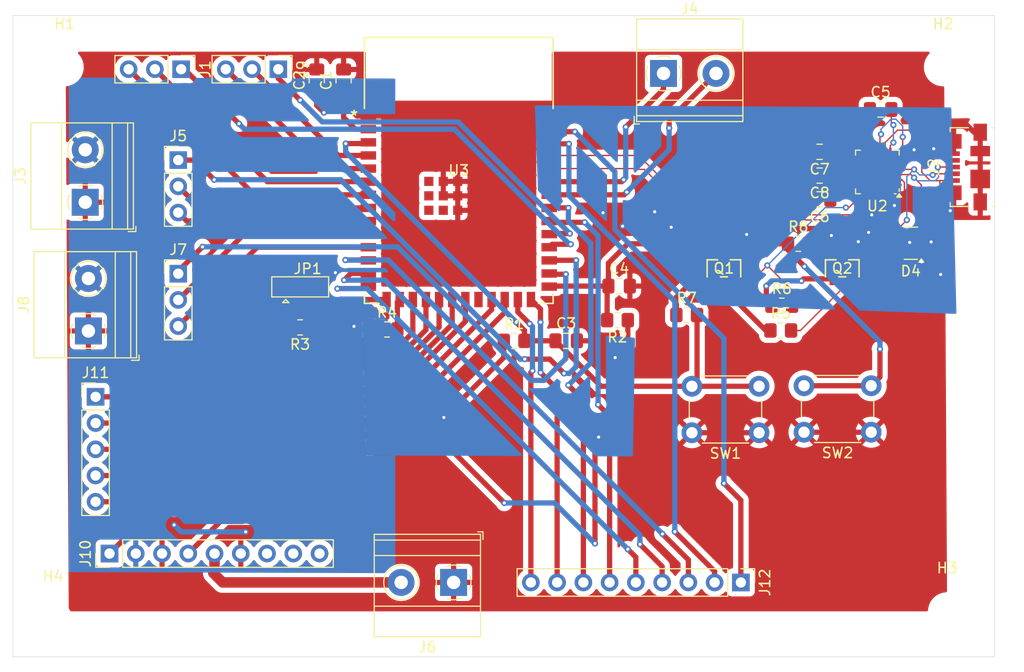
<source format=kicad_pcb>
(kicad_pcb (version 20240108) (generator "pcbnew") (generator_version "8.0")
  (layers (0 "F.Cu" signal) (31 "B.Cu" signal) (34 "B.Paste" user) (35 "F.Paste" user) (36 "B.SilkS" user "B.Silkscreen") (37 "F.SilkS" user "F.Silkscreen") (38 "B.Mask" user) (39 "F.Mask" user) (44 "Edge.Cuts" user))
  (net 0 "")
  (net 1 "+3V3")
  (net 2 "/CHIP_PU")
  (net 3 "/GPIO0_STRAPPING")
  (net 4 "Net-(U2-VPP)")
  (net 5 "+5V")
  (net 6 "GND")
  (net 7 "/MOTOR2ENA")
  (net 8 "/UWBINT")
  (net 9 "/MOTOR2ENB")
  (net 10 "/MOTOR3ENA")
  (net 11 "/D+")
  (net 12 "/D-")
  (net 13 "/MOTOR3ENB")
  (net 14 "/MOTOR4ENB")
  (net 16 "Net-(JP1-C)")
  (net 17 "/temp_Sensor")
  (net 20 "/pH_Sensor")
  (net 21 "/RTS")
  (net 22 "/DTR")
  (net 23 "/GPIO3_STRAPPING")
  (net 24 "/GPIO46_STRAPPING")
  (net 25 "/MOTOR4PWM")
  (net 26 "/MOTOR4ENA")
  (net 27 "/MOTOR1ENB")
  (net 28 "/Moisture_Sensor_Output")
  (net 29 "/MOTOR1ENA")
  (net 30 "/LINACT+")
  (net 31 "/GPIO19")
  (net 32 "/LINACT-")
  (net 33 "/GPIO1")
  (net 34 "/UWBMOSI")
  (net 35 "/GPIO45")
  (net 36 "/MOTOR1PWM")
  (net 37 "/GPIO39")
  (net 38 "/GPIO40")
  (net 39 "/RXD")
  (net 40 "/UWBMISO")
  (net 41 "/GPIO8")
  (net 42 "/GPIO20")
  (net 43 "/MOSITURE_SENSOR_OUTPUT")
  (net 44 "/MOTOR2PWM")
  (net 45 "/UWBCLK")
  (net 46 "/TXD")
  (net 47 "/UWBCS")
  (net 48 "/GPIO48")
  (net 49 "/MOTOR3PWM")
  (net 52 "/GPIO2")
  (net 62 "+VBUS")
  (net 63 "Net-(Q1-Pad1)")
  (net 64 "Net-(Q2-Pad1)")
  (net 65 "Net-(Q1-Pad3)")
  (net 66 "Net-(Q2-Pad3)")
  (net 67 "Net-(U2-VDD)")
  (net 68 "Net-(U2-REGIN)")
  (net 69 "VBUS")
  (footprint "TerminalBlock_Phoenix:TerminalBlock_Phoenix_MKDS-1,5-2-5.08_1x02_P5.08mm_Horizontal" (layer "F.Cu") (at 57.305 105.545 90)
    (property "Reference" "J8")
    (property "Value" "Screw_Terminal_01x02")
  )
  (footprint "Connector_PinHeader_2.54mm:PinHeader_1x03_P2.54mm_Vertical" (layer "F.Cu") (at 66.28 80.2 -90)
    (property "Reference" "J1")
    (property "Value" "Conn_01x03_Pin")
  )
  (footprint "ESP32 S3 WROOM 1 N16R8:ESP32-S3-WROOM-1_EXP" (layer "F.Cu") (at 93.1445 90)
    (property "Reference" "U3")
    (property "Value" "ESP32-S3-WROOM-1-N16R8")
  )
  (footprint "SS8050-G:TRAN_SS8050-G_CIP" (layer "F.Cu") (at 130.250001 99.479001)
    (property "Reference" "Q2")
    (property "Value" "SS8050-G")
  )
  (footprint "Capacitor_SMD:C_0805_2012Metric_Pad1.18x1.45mm_HandSolder" (layer "F.Cu") (at 103.5375 106.5)
    (property "Reference" "C3")
    (property "Value" "1 uF")
  )
  (footprint "SS8050-G:TRAN_SS8050-G_CIP" (layer "F.Cu") (at 118.8 99.479001)
    (property "Reference" "Q1")
    (property "Value" "SS8050-G")
  )
  (footprint "Connector_PinHeader_2.54mm:PinHeader_1x05_P2.54mm_Vertical" (layer "F.Cu") (at 58 111.925)
    (property "Reference" "J11")
    (property "Value" "UWB SIGNALS")
  )
  (footprint "Resistor_SMD:R_0805_2012Metric_Pad1.20x1.40mm_HandSolder" (layer "F.Cu") (at 98.5 106.5)
    (property "Reference" "R1")
    (property "Value" "100k")
  )
  (footprint "MountingHole:MountingHole_3.2mm_M3" (layer "F.Cu") (at 140 80)
    (property "Reference" "H2")
    (property "Value" "MountingHole")
  )
  (footprint "TerminalBlock_Phoenix:TerminalBlock_Phoenix_MKDS-1,5-2-5.08_1x02_P5.08mm_Horizontal" (layer "F.Cu") (at 92.645 129.895 180)
    (property "Reference" "J6")
    (property "Value" "Screw_Terminal_01x02")
  )
  (footprint "Capacitor_SMD:C_0805_2012Metric_Pad1.18x1.45mm_HandSolder" (layer "F.Cu") (at 128.0625 92.8 180)
    (property "Reference" "C6")
    (property "Value" "4.7uF")
  )
  (footprint "Capacitor_SMD:C_0805_2012Metric_Pad1.18x1.45mm_HandSolder" (layer "F.Cu") (at 79.4 81.2625 90)
    (property "Reference" "C2")
    (property "Value" "100 n")
  )
  (footprint "Jumper:SolderJumper-3_P2.0mm_Open_TrianglePad1.0x1.5mm" (layer "F.Cu") (at 77.8 101.3)
    (property "Reference" "JP1")
    (property "Value" "SolderJumper_3_Open")
  )
  (footprint "Capacitor_SMD:C_0805_2012Metric_Pad1.18x1.45mm_HandSolder" (layer "F.Cu") (at 82 81.2625 90)
    (property "Reference" "C1")
    (property "Value" "10 uF")
  )
  (footprint "Resistor_SMD:R_0805_2012Metric_Pad1.20x1.40mm_HandSolder" (layer "F.Cu") (at 124.4 103.1)
    (property "Reference" "R6")
    (property "Value" "10k")
  )
  (footprint "Package_TO_SOT_SMD:SOT-143" (layer "F.Cu") (at 136.9 97.05 180)
    (property "Reference" "D4")
    (property "Value" "SP0503BAHT")
  )
  (footprint "Resistor_SMD:R_0805_2012Metric" (layer "F.Cu") (at 77.7875 105.2 180)
    (property "Reference" "R3")
    (property "Value" "1k")
  )
  (footprint "TerminalBlock_Phoenix:TerminalBlock_Phoenix_MKDS-1,5-2-5.08_1x02_P5.08mm_Horizontal" (layer "F.Cu") (at 57 93.08 90)
    (property "Reference" "J3")
    (property "Value" "Moisture_Power")
  )
  (footprint "Resistor_SMD:R_0805_2012Metric_Pad1.20x1.40mm_HandSolder" (layer "F.Cu") (at 115.2 104)
    (property "Reference" "R7")
    (property "Value" "10k")
  )
  (footprint "Resistor_SMD:R_0805_2012Metric_Pad1.20x1.40mm_HandSolder" (layer "F.Cu") (at 86.2 105.4)
    (property "Reference" "R4")
    (property "Value" "1k")
  )
  (footprint "Connector_PinHeader_2.54mm:PinHeader_1x09_P2.54mm_Vertical" (layer "F.Cu") (at 120.44 129.9 -90)
    (property "Reference" "J12")
    (property "Value" "Conn_01x09_Pin")
  )
  (footprint "Connector_PinHeader_2.54mm:PinHeader_1x09_P2.54mm_Vertical" (layer "F.Cu") (at 59.35 127.1 90)
    (property "Reference" "J10")
    (property "Value" "SENSORS")
  )
  (footprint "Package_DFN_QFN:QFN-24-1EP_4x4mm_P0.5mm_EP2.6x2.6mm" (layer "F.Cu") (at 133.65 90.15 180)
    (property "Reference" "U2")
    (property "Value" "CP2104")
  )
  (footprint "Resistor_SMD:R_0805_2012Metric_Pad1.20x1.40mm_HandSolder" (layer "F.Cu") (at 124.3 105.5)
    (property "Reference" "R5")
    (property "Value" "10k")
  )
  (footprint "Connector_PinHeader_2.54mm:PinHeader_1x03_P2.54mm_Vertical" (layer "F.Cu") (at 75.68 80.2 -90)
    (property "Reference" "J9")
    (property "Value" "Conn_01x03_Pin")
  )
  (footprint "Resistor_SMD:R_0805_2012Metric_Pad1.20x1.40mm_HandSolder" (layer "F.Cu") (at 108.5 104.5 180)
    (property "Reference" "R2")
    (property "Value" "100k")
  )
  (footprint "Connector_PinHeader_2.54mm:PinHeader_1x03_P2.54mm_Vertical" (layer "F.Cu") (at 66 100)
    (property "Reference" "J7")
    (property "Value" "Conn_01x03_Pin")
  )
  (footprint "Connector_PinHeader_2.54mm:PinHeader_1x03_P2.54mm_Vertical" (layer "F.Cu") (at 66 89)
    (property "Reference" "J5")
    (property "Value" "Conn_01x03_Pin")
  )
  (footprint "MountingHole:MountingHole_3.2mm_M3" (layer "F.Cu") (at 140.4 132.7)
    (property "Reference" "H3")
    (property "Value" "MountingHole")
  )
  (footprint "Resistor_SMD:R_0805_2012Metric_Pad1.20x1.40mm_HandSolder" (layer "F.Cu") (at 126 97.1)
    (property "Reference" "R8")
    (property "Value" "10k")
  )
  (footprint "MountingHole:MountingHole_3.2mm_M3" (layer "F.Cu") (at 55 80)
    (property "Reference" "H1")
    (property "Value" "MountingHole")
  )
  (footprint "Button_Switch_THT:SW_PUSH_6mm_H5mm" (layer "F.Cu") (at 122.2 115.4 180)
    (property "Reference" "SW1")
    (property "Value" "SW_Push")
  )
  (footprint "Button_Switch_THT:SW_PUSH_6mm_H5mm" (layer "F.Cu") (at 133.05 115.35 180)
    (property "Reference" "SW2")
    (property "Value" "SW_Push")
  )
  (footprint "Capacitor_SMD:C_0805_2012Metric_Pad1.18x1.45mm_HandSolder" (layer "F.Cu") (at 128.0625 88.2 180)
    (property "Reference" "C7")
    (property "Value" "1-5uF")
  )
  (footprint "TerminalBlock_Phoenix:TerminalBlock_Phoenix_MKDS-1,5-2-5.08_1x02_P5.08mm_Horizontal" (layer "F.Cu") (at 112.955 80.605)
    (property "Reference" "J4")
    (property "Value" "LINEAR ACTUATOR SIGNAL")
  )
  (footprint "Capacitor_SMD:C_0805_2012Metric_Pad1.18x1.45mm_HandSolder" (layer "F.Cu") (at 128.0625 90.5 180)
    (property "Reference" "C8")
    (property "Value" "0.1uF")
  )
  (footprint "Capacitor_SMD:C_0805_2012Metric_Pad1.18x1.45mm_HandSolder" (layer "F.Cu") (at 108.6625 101.2)
    (property "Reference" "C4")
    (property "Value" "1 uF")
  )
  (footprint "Capacitor_SMD:C_0805_2012Metric_Pad1.18x1.45mm_HandSolder" (layer "F.Cu") (at 133.9625 84.1)
    (property "Reference" "C5")
    (property "Value" "1uF")
  )
  (footprint "Connector_USB:USB_Micro-B_Molex_47346-0001" (layer "F.Cu") (at 142.4 89.675 90)
    (property "Reference" "J2")
    (property "Value" "USB_B_Micro")
  )
  (footprint "MountingHole:MountingHole_3.2mm_M3" (layer "F.Cu") (at 53.9 133.5)
    (property "Reference" "H4")
    (property "Value" "MountingHole")
  )
  (gr_rect (start 50 75) (end 145 137.1) (stroke (width 0.05)) (fill none) (layer "Edge.Cuts"))
  (segment (start 91.7 113.925) (end 91.7 116.35) (width 0.508) (layer "F.Cu") (net 1))
  (segment (start 79.4 82.3) (end 79.4 83.7) (width 0.508) (layer "F.Cu") (net 1))
  (segment (start 97.5 108.125) (end 91.7 113.925) (width 0.508) (layer "F.Cu") (net 1))
  (segment (start 83.1372 86.01) (end 84.3945 86.01) (width 0.508) (layer "F.Cu") (net 1))
  (segment (start 106.325 116.175) (end 106.675 115.825) (width 0.508) (layer "F.Cu") (net 1))
  (segment (start 83.3 105.4) (end 83 105.1) (width 0.508) (layer "F.Cu") (net 1))
  (segment (start 97.5 106.5) (end 97.5 108.125) (width 0.508) (layer "F.Cu") (net 1))
  (segment (start 109.5 104.5) (end 109.5 106.9) (width 0.508) (layer "F.Cu") (net 1))
  (segment (start 82 84.8728) (end 83.1372 86.01) (width 0.508) (layer "F.Cu") (net 1))
  (segment (start 109.5 106.9) (end 108.275 108.125) (width 0.508) (layer "F.Cu") (net 1))
  (segment (start 81.2 99.9) (end 79.8 101.3) (width 0.508) (layer "F.Cu") (net 1))
  (segment (start 79.4 82.3) (end 82 82.3) (width 0.508) (layer "F.Cu") (net 1))
  (segment (start 106.325 126.125) (end 106.325 116.175) (width 0.508) (layer "F.Cu") (net 1))
  (segment (start 85.2 105.4) (end 83.3 105.4) (width 0.508) (layer "F.Cu") (net 1))
  (segment (start 79.4 83.7) (end 80.1 84.4) (width 0.508) (layer "F.Cu") (net 1))
  (segment (start 91.7 116.35) (end 97.55 122.2) (width 0.508) (layer "F.Cu") (net 1))
  (segment (start 82 82.3) (end 82 84.8728) (width 0.508) (layer "F.Cu") (net 1))
  (via (at 108.275 108.125) (size 0.6) (drill 0.3) (layers "F.Cu" "B.Cu") (net 1))
  (via (at 106.675 115.825) (size 0.6) (drill 0.3) (layers "F.Cu" "B.Cu") (net 1))
  (via (at 80.1 84.4) (size 0.6) (drill 0.3) (layers "F.Cu" "B.Cu") (net 1))
  (via (at 106.325 126.125) (size 0.6) (drill 0.3) (layers "F.Cu" "B.Cu") (net 1))
  (via (at 97.55 122.2) (size 0.6) (drill 0.3) (layers "F.Cu" "B.Cu") (net 1))
  (via (at 91.7 113.925) (size 0.6) (drill 0.3) (layers "F.Cu" "B.Cu") (net 1))
  (via (at 81.2 99.9) (size 0.6) (drill 0.3) (layers "F.Cu" "B.Cu") (net 1))
  (via (at 83 105.1) (size 0.6) (drill 0.3) (layers "F.Cu" "B.Cu") (net 1))
  (segment (start 108.275 114.225) (end 108.275 108.125) (width 0.508) (layer "B.Cu") (net 1))
  (segment (start 106.675 115.825) (end 108.275 114.225) (width 0.508) (layer "B.Cu") (net 1))
  (segment (start 102.4 122.2) (end 106.325 126.125) (width 0.508) (layer "B.Cu") (net 1))
  (segment (start 97.55 122.2) (end 102.4 122.2) (width 0.508) (layer "B.Cu") (net 1))
  (segment (start 106.9 110.9) (end 102.5 106.5) (width 0.508) (layer "F.Cu") (net 2))
  (segment (start 82.2 87.4) (end 84.2745 87.4) (width 0.508) (layer "F.Cu") (net 2))
  (segment (start 84.2745 87.4) (end 84.3945 87.28) (width 0.508) (layer "F.Cu") (net 2))
  (segment (start 99.5 105.5) (end 98.7 104.7) (width 0.508) (layer "F.Cu") (net 2))
  (segment (start 102.5 106.5) (end 99.5 106.5) (width 0.508) (layer "F.Cu") (net 2))
  (segment (start 99.5 106.5) (end 99.5 105.5) (width 0.508) (layer "F.Cu") (net 2))
  (segment (start 116.2 110.4) (end 115.7 110.9) (width 0.508) (layer "F.Cu") (net 2))
  (segment (start 115.7 110.9) (end 122.2 110.9) (width 0.508) (layer "F.Cu") (net 2))
  (segment (start 116.2 104) (end 116.2 110.4) (width 0.508) (layer "F.Cu") (net 2))
  (segment (start 115.7 110.9) (end 106.9 110.9) (width 0.508) (layer "F.Cu") (net 2))
  (via (at 98.7 104.7) (size 0.6) (drill 0.3) (layers "F.Cu" "B.Cu") (net 2))
  (via (at 82.2 87.4) (size 0.6) (drill 0.3) (layers "F.Cu" "B.Cu") (net 2))
  (segment (start 82.2 88.2) (end 82.2 87.4) (width 0.508) (layer "B.Cu") (net 2))
  (segment (start 98.7 104.7) (end 82.2 88.2) (width 0.508) (layer "B.Cu") (net 2))
  (segment (start 107.5 101.325) (end 107.625 101.2) (width 0.508) (layer "F.Cu") (net 3))
  (segment (start 109.5 97.1) (end 107.625 98.975) (width 0.508) (layer "F.Cu") (net 3))
  (segment (start 125 97.7) (end 126.6 99.3) (width 0.508) (layer "F.Cu") (net 3))
  (segment (start 125 97.1) (end 109.5 97.1) (width 0.508) (layer "F.Cu") (net 3))
  (segment (start 133.9 107.3) (end 133.9 110) (width 0.508) (layer "F.Cu") (net 3))
  (segment (start 101.9445 101.2) (end 101.8945 101.25) (width 0.508) (layer "F.Cu") (net 3))
  (segment (start 107.5 104.5) (end 107.5 101.325) (width 0.508) (layer "F.Cu") (net 3))
  (segment (start 133.9 110) (end 133.05 110.85) (width 0.508) (layer "F.Cu") (net 3))
  (segment (start 126.55 110.85) (end 133.05 110.85) (width 0.508) (layer "F.Cu") (net 3))
  (segment (start 107.625 98.975) (end 107.625 101.2) (width 0.508) (layer "F.Cu") (net 3))
  (segment (start 125 97.1) (end 125 97.7) (width 0.508) (layer "F.Cu") (net 3))
  (segment (start 107.625 101.2) (end 101.9445 101.2) (width 0.508) (layer "F.Cu") (net 3))
  (via (at 133.9 107.3) (size 0.6) (drill 0.3) (layers "F.Cu" "B.Cu") (net 3))
  (via (at 126.6 99.3) (size 0.6) (drill 0.3) (layers "F.Cu" "B.Cu") (net 3))
  (segment (start 133.9 106.6) (end 133.9 107.3) (width 0.508) (layer "B.Cu") (net 3))
  (segment (start 126.6 99.3) (end 133.9 106.6) (width 0.508) (layer "B.Cu") (net 3))
  (segment (start 129.1 92.8) (end 129.1 92.075) (width 0.127) (layer "F.Cu") (net 4))
  (segment (start 129.1 92.075) (end 130.775 90.4) (width 0.127) (layer "F.Cu") (net 4))
  (segment (start 130.775 90.4) (end 131.7125 90.4) (width 0.127) (layer "F.Cu") (net 4))
  (segment (start 69.51 128.89) (end 69.51 127.1) (width 1.016) (layer "F.Cu") (net 5))
  (segment (start 69.4 129) (end 69.51 128.89) (width 1.016) (layer "F.Cu") (net 5))
  (segment (start 70.295 129.895) (end 69.4 129) (width 1.016) (layer "F.Cu") (net 5))
  (segment (start 87.565 129.895) (end 70.295 129.895) (width 1.016) (layer "F.Cu") (net 5))
  (segment (start 135.999999 90.9) (end 136.2635 91.163501) (width 0.127) (layer "F.Cu") (net 6))
  (segment (start 143.6 86.3) (end 143 86.3) (width 0.508) (layer "F.Cu") (net 6))
  (segment (start 140.94 88.375) (end 139.575 88.375) (width 0.127) (layer "F.Cu") (net 6))
  (segment (start 134.4 90.9) (end 133.65 90.15) (width 0.127) (layer "F.Cu") (net 6))
  (segment (start 136.2635 91.163501) (end 136.2635 92.4365) (width 0.127) (layer "F.Cu") (net 6))
  (segment (start 136.2635 92.4365) (end 135.3 93.4) (width 0.127) (layer "F.Cu") (net 6))
  (segment (start 139.775 100.075) (end 140.7 99.15) (width 0.508) (layer "F.Cu") (net 6))
  (segment (start 139.025 86.175) (end 139.025 87.825) (width 0.508) (layer "F.Cu") (net 6))
  (segment (start 126.55 115.35) (end 133.05 115.35) (width 0.508) (layer "F.Cu") (net 6))
  (segment (start 139.775 85.425) (end 139.025 86.175) (width 0.508) (layer "F.Cu") (net 6))
  (segment (start 135.5875 90.9) (end 135.999999 90.9) (width 0.127) (layer "F.Cu") (net 6))
  (segment (start 141.025 92.1625) (end 141.025 93.575) (width 0.508) (layer "F.Cu") (net 6))
  (segment (start 141.025 93.575) (end 140.7 93.9) (width 0.508) (layer "F.Cu") (net 6))
  (segment (start 143 86.3) (end 142.125 85.425) (width 0.508) (layer "F.Cu") (net 6))
  (segment (start 142.125 85.425) (end 139.775 85.425) (width 0.508) (layer "F.Cu") (net 6))
  (segment (start 115.7 115.4) (end 122.2 115.4) (width 0.508) (layer "F.Cu") (net 6))
  (segment (start 139.575 88.375) (end 139.1 87.9) (width 0.127) (layer "F.Cu") (net 6))
  (segment (start 139.025 87.825) (end 139.1 87.9) (width 0.508) (layer "F.Cu") (net 6))
  (segment (start 140.7 99.15) (end 140.7 93.9) (width 0.508) (layer "F.Cu") (net 6))
  (segment (start 135.5875 90.9) (end 134.4 90.9) (width 0.127) (layer "F.Cu") (net 6))
  (via (at 135.3 93.4) (size 0.6) (drill 0.3) (layers "F.Cu" "B.Cu") (net 6))
  (via (at 109 95.4) (size 0.6) (drill 0.3) (layers "F.Cu" "B.Cu") (net 6))
  (via (at 107.1 94.1) (size 0.6) (drill 0.3) (layers "F.Cu" "B.Cu") (net 6))
  (via (at 72.525 125) (size 0.6) (drill 0.3) (layers "F.Cu" "B.Cu") (net 6))
  (via (at 129.2 96.3) (size 0.6) (drill 0.3) (layers "F.Cu" "B.Cu") (net 6))
  (via (at 136.775 96.975) (size 0.6) (drill 0.3) (layers "F.Cu" "B.Cu") (net 6))
  (via (at 132.8 96) (size 0.6) (drill 0.3) (layers "F.Cu" "B.Cu") (net 6))
  (via (at 139.1 87.9) (size 0.6) (drill 0.3) (layers "F.Cu" "B.Cu") (net 6))
  (via (at 137.925 98.85) (size 0.6) (drill 0.3) (layers "F.Cu" "B.Cu") (net 6))
  (via (at 140.7 93.9) (size 0.6) (drill 0.3) (layers "F.Cu" "B.Cu") (net 6))
  (via (at 138.85 96.925) (size 0.6) (drill 0.3) (layers "F.Cu" "B.Cu") (net 6))
  (via (at 113.7 95.5) (size 0.6) (drill 0.3) (layers "F.Cu" "B.Cu") (net 6))
  (via (at 121 96.2) (size 0.6) (drill 0.3) (layers "F.Cu" "B.Cu") (net 6))
  (via (at 139.775 100.075) (size 0.6) (drill 0.3) (layers "F.Cu" "B.Cu") (net 6))
  (via (at 137.2 88) (size 0.6) (drill 0.3) (layers "F.Cu" "B.Cu") (net 6))
  (via (at 112.1 94) (size 0.6) (drill 0.3) (layers "F.Cu" "B.Cu") (net 6))
  (via (at 131.8 96.9) (size 0.6) (drill 0.3) (layers "F.Cu" "B.Cu") (net 6))
  (via (at 65.6 124.325) (size 0.6) (drill 0.3) (layers "F.Cu" "B.Cu") (net 6))
  (via (at 133.1 94.3) (size 0.6) (drill 0.3) (layers "F.Cu" "B.Cu") (net 6))
  (segment (start 66.275 125) (end 72.525 125) (width 0.508) (layer "B.Cu") (net 6))
  (segment (start 65.6 124.325) (end 66.275 125) (width 0.508) (layer "B.Cu") (net 6))
  (segment (start 74.63 91.09) (end 84.3945 91.09) (width 0.508) (layer "F.Cu") (net 7))
  (segment (start 63.74 80.2) (end 74.63 91.09) (width 0.508) (layer "F.Cu") (net 7))
  (segment (start 58 122.085) (end 76.32259 122.085) (width 0.508) (layer "F.Cu") (net 8))
  (segment (start 93.7795 104.62809) (end 93.7795 102.5) (width 0.508) (layer "F.Cu") (net 8))
  (segment (start 76.32259 122.085) (end 93.7795 104.62809) (width 0.508) (layer "F.Cu") (net 8))
  (segment (start 61.2 80.2) (end 73.36 92.36) (width 0.508) (layer "F.Cu") (net 9))
  (segment (start 73.36 92.36) (end 84.3945 92.36) (width 0.508) (layer "F.Cu") (net 9))
  (segment (start 66 91.54) (end 68.09 93.63) (width 0.508) (layer "F.Cu") (net 10))
  (segment (start 68.09 93.63) (end 84.3945 93.63) (width 0.508) (layer "F.Cu") (net 10))
  (segment (start 136.9 90.4) (end 135.5875 90.4) (width 0.127) (layer "F.Cu") (net 11))
  (segment (start 140.94 89.675) (end 139.525 89.675) (width 0.127) (layer "F.Cu") (net 11))
  (segment (start 137.2 90.7) (end 137.9 91.4) (width 0.127) (layer "F.Cu") (net 11))
  (segment (start 139.525 89.675) (end 139.5 89.7) (width 0.127) (layer "F.Cu") (net 11))
  (segment (start 137.2 90.7) (end 136.9 90.4) (width 0.127) (layer "F.Cu") (net 11))
  (segment (start 137.9 91.4) (end 137.9 96.1) (width 0.127) (layer "F.Cu") (net 11))
  (via (at 139.5 89.7) (size 0.6) (drill 0.3) (layers "F.Cu" "B.Cu") (net 11))
  (via (at 137.2 90.7) (size 0.6) (drill 0.3) (layers "F.Cu" "B.Cu") (net 11))
  (segment (start 139.5 89.7) (end 139.5635 89.7635) (width 0.127) (layer "B.Cu") (net 11))
  (segment (start 137.5 91) (end 137.2 90.7) (width 0.127) (layer "B.Cu") (net 11))
  (segment (start 139.23341 91) (end 137.5 91) (width 0.127) (layer "B.Cu") (net 11))
  (segment (start 139.5635 89.7635) (end 139.5635 90.66991) (width 0.127) (layer "B.Cu") (net 11))
  (segment (start 139.5635 90.66991) (end 139.23341 91) (width 0.127) (layer "B.Cu") (net 11))
  (segment (start 137.2 89.9) (end 135.5875 89.9) (width 0.127) (layer "F.Cu") (net 12))
  (segment (start 139.1115 90.325) (end 139 90.4365) (width 0.127) (layer "F.Cu") (net 12))
  (segment (start 140.94 90.325) (end 139.1115 90.325) (width 0.127) (layer "F.Cu") (net 12))
  (segment (start 135.9 95.4) (end 135.9 96.1) (width 0.127) (layer "F.Cu") (net 12))
  (segment (start 136.5 94.8) (end 135.9 95.4) (width 0.127) (layer "F.Cu") (net 12))
  (via (at 139 90.4365) (size 0.6) (drill 0.3) (layers "F.Cu" "B.Cu") (net 12))
  (via (at 136.5 94.8) (size 0.6) (drill 0.3) (layers "F.Cu" "B.Cu") (net 12))
  (via (at 137.2 89.9) (size 0.6) (drill 0.3) (layers "F.Cu" "B.Cu") (net 12))
  (segment (start 137.7365 90.4365) (end 137.2 89.9) (width 0.127) (layer "B.Cu") (net 12))
  (segment (start 137.2 89.9) (end 136.5 90.6) (width 0.127) (layer "B.Cu") (net 12))
  (segment (start 139 90.4365) (end 137.7365 90.4365) (width 0.127) (layer "B.Cu") (net 12))
  (segment (start 136.5 90.6) (end 136.5 94.8) (width 0.127) (layer "B.Cu") (net 12))
  (segment (start 66 94.08) (end 66.82 94.9) (width 0.508) (layer "F.Cu") (net 13))
  (segment (start 66.82 94.9) (end 84.3945 94.9) (width 0.508) (layer "F.Cu") (net 13))
  (segment (start 73.64 97.44) (end 84.3945 97.44) (width 0.508) (layer "F.Cu") (net 14))
  (segment (start 66 105.08) (end 73.64 97.44) (width 0.508) (layer "F.Cu") (net 14))
  (segment (start 78 102.7) (end 77.8 102.5) (width 0.508) (layer "F.Cu") (net 16))
  (segment (start 76.875 104.225) (end 78 103.1) (width 0.508) (layer "F.Cu") (net 16))
  (segment (start 78 103.1) (end 78 102.7) (width 0.508) (layer "F.Cu") (net 16))
  (segment (start 76.875 105.2) (end 76.875 104.225) (width 0.508) (layer "F.Cu") (net 16))
  (segment (start 77.8 102.5) (end 77.8 101.3) (width 0.508) (layer "F.Cu") (net 16))
  (segment (start 66.97 127.1) (end 70.495 123.575) (width 0.508) (layer "F.Cu") (net 17))
  (segment (start 70.495 123.575) (end 77.7718 123.575) (width 0.508) (layer "F.Cu") (net 17))
  (segment (start 77.7718 123.575) (end 97.5895 103.7573) (width 0.508) (layer "F.Cu") (net 17))
  (segment (start 97.5895 103.7573) (end 97.5895 102.5) (width 0.508) (layer "F.Cu") (net 17))
  (segment (start 96.3195 103.4805) (end 96.3195 102.5) (width 0.508) (layer "F.Cu") (net 20))
  (segment (start 59.35 127.1) (end 63.657 122.793) (width 0.508) (layer "F.Cu") (net 20))
  (segment (start 63.657 122.793) (end 77.007 122.793) (width 0.508) (layer "F.Cu") (net 20))
  (segment (start 77.007 122.793) (end 96.3195 103.4805) (width 0.508) (layer "F.Cu") (net 20))
  (segment (start 121.7 100.5) (end 119.750001 100.5) (width 0.127) (layer "F.Cu") (net 21))
  (segment (start 130.8875 93.6) (end 130.6 93.6) (width 0.127) (layer "F.Cu") (net 21))
  (segment (start 123 99.2) (end 125.4 101.6) (width 0.127) (layer "F.Cu") (net 21))
  (segment (start 123 99.2) (end 121.7 100.5) (width 0.127) (layer "F.Cu") (net 21))
  (segment (start 132.4 92.0875) (end 130.8875 93.6) (width 0.127) (layer "F.Cu") (net 21))
  (segment (start 125.4 101.6) (end 125.4 103.1) (width 0.127) (layer "F.Cu") (net 21))
  (via (at 123 99.2) (size 0.6) (drill 0.3) (layers "F.Cu" "B.Cu") (net 21))
  (via (at 130.6 93.6) (size 0.6) (drill 0.3) (layers "F.Cu" "B.Cu") (net 21))
  (segment (start 130.6 93.6) (end 128.6 93.6) (width 0.127) (layer "B.Cu") (net 21))
  (segment (start 128.6 93.6) (end 123 99.2) (width 0.127) (layer "B.Cu") (net 21))
  (segment (start 134.4 92.0875) (end 134.4 97.300002) (width 0.127) (layer "F.Cu") (net 22))
  (segment (start 126.200002 105.5) (end 125.3 105.5) (width 0.127) (layer "F.Cu") (net 22))
  (segment (start 134.4 97.300002) (end 131.200002 100.5) (width 0.127) (layer "F.Cu") (net 22))
  (segment (start 131.200002 100.5) (end 126.200002 105.5) (width 0.127) (layer "F.Cu") (net 22))
  (segment (start 79.7 105.2) (end 82.4 102.5) (width 0.508) (layer "F.Cu") (net 23))
  (segment (start 78.7 105.2) (end 79.7 105.2) (width 0.508) (layer "F.Cu") (net 23))
  (segment (start 82.4 102.5) (end 86.1595 102.5) (width 0.508) (layer "F.Cu") (net 23))
  (segment (start 87.2 105.4) (end 87.2 102.7295) (width 0.508) (layer "F.Cu") (net 24))
  (segment (start 87.2 102.7295) (end 87.4295 102.5) (width 0.508) (layer "F.Cu") (net 24))
  (segment (start 101.9645 100.05) (end 101.8945 99.98) (width 0.508) (layer "F.Cu") (net 25))
  (segment (start 103.5 100.05) (end 101.9645 100.05) (width 0.508) (layer "F.Cu") (net 25))
  (segment (start 66 99.75) (end 68.35 97.4) (width 0.508) (layer "F.Cu") (net 25))
  (segment (start 66 100) (end 66 99.75) (width 0.508) (layer "F.Cu") (net 25))
  (via (at 68.35 97.4) (size 0.6) (drill 0.3) (layers "F.Cu" "B.Cu") (net 25))
  (via (at 103.5 100.05) (size 0.6) (drill 0.3) (layers "F.Cu" "B.Cu") (net 25))
  (segment (start 100.136227 110.327545) (end 101.397455 110.327545) (width 0.508) (layer "B.Cu") (net 25))
  (segment (start 101.397455 110.327545) (end 103.5 108.225) (width 0.508) (layer "B.Cu") (net 25))
  (segment (start 103.5 108.225) (end 103.5 100.05) (width 0.508) (layer "B.Cu") (net 25))
  (segment (start 68.35 97.4) (end 87.208682 97.4) (width 0.508) (layer "B.Cu") (net 25))
  (segment (start 87.208682 97.4) (end 100.136227 110.327545) (width 0.508) (layer "B.Cu") (net 25))
  (segment (start 72.37 96.17) (end 84.3945 96.17) (width 0.508) (layer "F.Cu") (net 26))
  (segment (start 66 102.54) (end 72.37 96.17) (width 0.508) (layer "F.Cu") (net 26))
  (segment (start 80.22 89.82) (end 84.3945 89.82) (width 0.508) (layer "F.Cu") (net 27))
  (segment (start 70.6 80.2) (end 80.22 89.82) (width 0.508) (layer "F.Cu") (net 27))
  (segment (start 81.49 88.55) (end 84.3945 88.55) (width 0.508) (layer "F.Cu") (net 29))
  (segment (start 73.14 80.2) (end 81.49 88.55) (width 0.508) (layer "F.Cu") (net 29))
  (segment (start 112.955 82.145) (end 109.3 85.8) (width 0.508) (layer "F.Cu") (net 30))
  (segment (start 112.955 80.605) (end 112.955 82.145) (width 0.508) (layer "F.Cu") (net 30))
  (segment (start 109.1 90.9) (end 108.91 91.09) (width 0.508) (layer "F.Cu") (net 30))
  (segment (start 108.91 91.09) (end 101.8945 91.09) (width 0.508) (layer "F.Cu") (net 30))
  (via (at 109.1 90.9) (size 0.6) (drill 0.3) (layers "F.Cu" "B.Cu") (net 30))
  (via (at 109.3 85.8) (size 0.6) (drill 0.3) (layers "F.Cu" "B.Cu") (net 30))
  (segment (start 109.3 90.7) (end 109.1 90.9) (width 0.508) (layer "B.Cu") (net 30))
  (segment (start 109.3 85.8) (end 109.3 90.7) (width 0.508) (layer "B.Cu") (net 30))
  (segment (start 82.05 100.625) (end 82.695 99.98) (width 0.508) (layer "F.Cu") (net 31))
  (segment (start 82.695 99.98) (end 84.3945 99.98) (width 0.508) (layer "F.Cu") (net 31))
  (segment (start 112.82 129.9) (end 112.82 128.345) (width 0.508) (layer "F.Cu") (net 31))
  (segment (start 112.82 128.345) (end 110.675 126.2) (width 0.508) (layer "F.Cu") (net 31))
  (via (at 110.675 126.2) (size 0.6) (drill 0.3) (layers "F.Cu" "B.Cu") (net 31))
  (via (at 82.05 100.625) (size 0.6) (drill 0.3) (layers "F.Cu" "B.Cu") (net 31))
  (segment (start 110.675 126.2) (end 110.675 125.308682) (width 0.508) (layer "B.Cu") (net 31))
  (segment (start 110.675 125.308682) (end 85.991318 100.625) (width 0.508) (layer "B.Cu") (net 31))
  (segment (start 85.991318 100.625) (end 82.05 100.625) (width 0.508) (layer "B.Cu") (net 31))
  (segment (start 109.14 92.36) (end 101.8945 92.36) (width 0.508) (layer "F.Cu") (net 32))
  (segment (start 118.035 80.605) (end 113.5 85.14) (width 0.508) (layer "F.Cu") (net 32))
  (segment (start 113.5 85.14) (end 113.5 85.9) (width 0.508) (layer "F.Cu") (net 32))
  (segment (start 109.4 92.1) (end 109.14 92.36) (width 0.508) (layer "F.Cu") (net 32))
  (via (at 113.5 85.9) (size 0.6) (drill 0.3) (layers "F.Cu" "B.Cu") (net 32))
  (via (at 109.4 92.1) (size 0.6) (drill 0.3) (layers "F.Cu" "B.Cu") (net 32))
  (segment (start 113.5 85.9) (end 113.5 88) (width 0.508) (layer "B.Cu") (net 32))
  (segment (start 113.5 88) (end 109.4 92.1) (width 0.508) (layer "B.Cu") (net 32))
  (segment (start 102.1345 86.25) (end 101.8945 86.01) (width 0.508) (layer "F.Cu") (net 33))
  (segment (start 104.375 86.25) (end 102.1345 86.25) (width 0.508) (layer "F.Cu") (net 33))
  (segment (start 120.44 121.94) (end 118.8 120.3) (width 0.508) (layer "F.Cu") (net 33))
  (segment (start 120.44 129.9) (end 120.44 121.94) (width 0.508) (layer "F.Cu") (net 33))
  (via (at 104.375 86.25) (size 0.6) (drill 0.3) (layers "F.Cu" "B.Cu") (net 33))
  (via (at 118.8 120.3) (size 0.6) (drill 0.3) (layers "F.Cu" "B.Cu") (net 33))
  (segment (start 118.8 120.3) (end 118.8 106.266318) (width 0.508) (layer "B.Cu") (net 33))
  (segment (start 108.246 95.712318) (end 108.246 90.121) (width 0.508) (layer "B.Cu") (net 33))
  (segment (start 118.8 106.266318) (end 108.246 95.712318) (width 0.508) (layer "B.Cu") (net 33))
  (segment (start 108.246 90.121) (end 104.375 86.25) (width 0.508) (layer "B.Cu") (net 33))
  (segment (start 58 111.925) (end 82.477534 111.925) (width 0.508) (layer "F.Cu") (net 34))
  (segment (start 88.6995 105.703034) (end 88.6995 102.5) (width 0.508) (layer "F.Cu") (net 34))
  (segment (start 82.477534 111.925) (end 88.6995 105.703034) (width 0.508) (layer "F.Cu") (net 34))
  (segment (start 101.05 103.4205) (end 100.1295 102.5) (width 0.508) (layer "F.Cu") (net 35))
  (segment (start 102.66 129.9) (end 102.66 111.177593) (width 0.508) (layer "F.Cu") (net 35))
  (segment (start 102.66 111.177593) (end 101.055952 109.573545) (width 0.508) (layer "F.Cu") (net 35))
  (segment (start 101.05 104.7) (end 101.05 103.4205) (width 0.508) (layer "F.Cu") (net 35))
  (via (at 101.055952 109.573545) (size 0.6) (drill 0.3) (layers "F.Cu" "B.Cu") (net 35))
  (via (at 101.05 104.7) (size 0.6) (drill 0.3) (layers "F.Cu" "B.Cu") (net 35))
  (segment (start 101.055952 104.705952) (end 101.05 104.7) (width 0.508) (layer "B.Cu") (net 35))
  (segment (start 101.055952 109.573545) (end 101.055952 104.705952) (width 0.508) (layer "B.Cu") (net 35))
  (segment (start 101.952341 96.112159) (end 101.8945 96.17) (width 0.508) (layer "F.Cu") (net 36))
  (segment (start 75.68 81.08) (end 77.8 83.2) (width 0.508) (layer "F.Cu") (net 36))
  (segment (start 103.887841 96.112159) (end 101.952341 96.112159) (width 0.508) (layer "F.Cu") (net 36))
  (segment (start 75.68 80.2) (end 75.68 81.08) (width 0.508) (layer "F.Cu") (net 36))
  (via (at 103.887841 96.112159) (size 0.6) (drill 0.3) (layers "F.Cu" "B.Cu") (net 36))
  (via (at 77.8 83.2) (size 0.6) (drill 0.3) (layers "F.Cu" "B.Cu") (net 36))
  (segment (start 83.375 85.3) (end 93.075682 85.3) (width 0.508) (layer "B.Cu") (net 36))
  (segment (start 77.8 83.2) (end 77.833682 83.2) (width 0.508) (layer "B.Cu") (net 36))
  (segment (start 79.933682 85.3) (end 83.375 85.3) (width 0.508) (layer "B.Cu") (net 36))
  (segment (start 77.833682 83.2) (end 79.933682 85.3) (width 0.508) (layer "B.Cu") (net 36))
  (segment (start 93.075682 85.3) (end 103.887841 96.112159) (width 0.508) (layer "B.Cu") (net 36))
  (segment (start 107.74 113.79) (end 106.625 112.675) (width 0.508) (layer "F.Cu") (net 37))
  (segment (start 102.0195 95.025) (end 101.8945 94.9) (width 0.508) (layer "F.Cu") (net 37))
  (segment (start 105.325 95.025) (end 102.0195 95.025) (width 0.508) (layer "F.Cu") (net 37))
  (segment (start 107.74 129.9) (end 107.74 113.79) (width 0.508) (layer "F.Cu") (net 37))
  (via (at 105.325 95.025) (size 0.6) (drill 0.3) (layers "F.Cu" "B.Cu") (net 37))
  (via (at 106.625 112.675) (size 0.6) (drill 0.3) (layers "F.Cu" "B.Cu") (net 37))
  (segment (start 106.625 112.675) (end 106.625 96.325) (width 0.508) (layer "B.Cu") (net 37))
  (segment (start 106.625 96.325) (end 105.325 95.025) (width 0.508) (layer "B.Cu") (net 37))
  (segment (start 105.2 112.25) (end 103.75 110.8) (width 0.508) (layer "F.Cu") (net 38))
  (segment (start 101.8995 93.625) (end 101.8945 93.63) (width 0.508) (layer "F.Cu") (net 38))
  (segment (start 105.2 129.9) (end 105.2 112.25) (width 0.508) (layer "F.Cu") (net 38))
  (segment (start 103.75 93.625) (end 101.8995 93.625) (width 0.508) (layer "F.Cu") (net 38))
  (via (at 103.75 110.8) (size 0.6) (drill 0.3) (layers "F.Cu" "B.Cu") (net 38))
  (via (at 103.75 93.625) (size 0.6) (drill 0.3) (layers "F.Cu" "B.Cu") (net 38))
  (segment (start 103.75 94.908) (end 105.917 97.075) (width 0.508) (layer "B.Cu") (net 38))
  (segment (start 105.917 97.075) (end 105.917 108.633) (width 0.508) (layer "B.Cu") (net 38))
  (segment (start 105.917 108.633) (end 103.75 110.8) (width 0.508) (layer "B.Cu") (net 38))
  (segment (start 103.75 93.625) (end 103.75 94.908) (width 0.508) (layer "B.Cu") (net 38))
  (segment (start 131.099999 94.3) (end 116.3 94.3) (width 0.127) (layer "F.Cu") (net 39))
  (segment (start 110.55 88.55) (end 101.8945 88.55) (width 0.127) (layer "F.Cu") (net 39))
  (segment (start 132.9 92.0875) (end 132.9 92.499999) (width 0.127) (layer "F.Cu") (net 39))
  (segment (start 132.9 92.499999) (end 131.099999 94.3) (width 0.127) (layer "F.Cu") (net 39))
  (segment (start 116.3 94.3) (end 110.55 88.55) (width 0.127) (layer "F.Cu") (net 39))
  (segment (start 58 117.005) (end 79.400062 117.005) (width 0.508) (layer "F.Cu") (net 40))
  (segment (start 79.400062 117.005) (end 91.2395 105.165562) (width 0.508) (layer "F.Cu") (net 40))
  (segment (start 91.2395 105.165562) (end 91.2395 102.5) (width 0.508) (layer "F.Cu") (net 40))
  (segment (start 115.36 127.71) (end 112.85 125.2) (width 0.508) (layer "F.Cu") (net 41))
  (segment (start 115.36 129.9) (end 115.36 127.71) (width 0.508) (layer "F.Cu") (net 41))
  (segment (start 84.3595 98.675) (end 84.3945 98.71) (width 0.508) (layer "F.Cu") (net 41))
  (segment (start 82.175 98.675) (end 84.3595 98.675) (width 0.508) (layer "F.Cu") (net 41))
  (via (at 112.85 125.2) (size 0.6) (drill 0.3) (layers "F.Cu" "B.Cu") (net 41))
  (via (at 82.175 98.675) (size 0.6) (drill 0.3) (layers "F.Cu" "B.Cu") (net 41))
  (segment (start 112.85 125.2) (end 86.325 98.675) (width 0.508) (layer "B.Cu") (net 41))
  (segment (start 86.325 98.675) (end 82.175 98.675) (width 0.508) (layer "B.Cu") (net 41))
  (segment (start 110.28 129.9) (end 110.28 127.455) (width 0.508) (layer "F.Cu") (net 42))
  (segment (start 81.4 101.45) (end 84.1945 101.45) (width 0.508) (layer "F.Cu") (net 42))
  (segment (start 84.1945 101.45) (end 84.3945 101.25) (width 0.508) (layer "F.Cu") (net 42))
  (segment (start 110.28 127.455) (end 109.5 126.675) (width 0.508) (layer "F.Cu") (net 42))
  (via (at 109.5 126.675) (size 0.6) (drill 0.3) (layers "F.Cu" "B.Cu") (net 42))
  (via (at 81.4 101.45) (size 0.6) (drill 0.3) (layers "F.Cu" "B.Cu") (net 42))
  (segment (start 109.5 126.675) (end 84.275 101.45) (width 0.508) (layer "B.Cu") (net 42))
  (segment (start 84.275 101.45) (end 81.4 101.45) (width 0.508) (layer "B.Cu") (net 42))
  (segment (start 66.6 80.2) (end 71.875 85.475) (width 0.508) (layer "F.Cu") (net 44))
  (segment (start 103.975 97.15) (end 102.1845 97.15) (width 0.508) (layer "F.Cu") (net 44))
  (segment (start 102.1845 97.15) (end 101.8945 97.44) (width 0.508) (layer "F.Cu") (net 44))
  (segment (start 66.28 80.2) (end 66.6 80.2) (width 0.508) (layer "F.Cu") (net 44))
  (via (at 71.875 85.475) (size 0.6) (drill 0.3) (layers "F.Cu" "B.Cu") (net 44))
  (via (at 103.975 97.15) (size 0.6) (drill 0.3) (layers "F.Cu" "B.Cu") (net 44))
  (segment (start 72.408 86.008) (end 92.717364 86.008) (width 0.508) (layer "B.Cu") (net 44))
  (segment (start 103.859364 97.15) (end 103.975 97.15) (width 0.508) (layer "B.Cu") (net 44))
  (segment (start 92.717364 86.008) (end 103.859364 97.15) (width 0.508) (layer "B.Cu") (net 44))
  (segment (start 71.875 85.475) (end 72.408 86.008) (width 0.508) (layer "B.Cu") (net 44))
  (segment (start 58 114.465) (end 80.938798 114.465) (width 0.508) (layer "F.Cu") (net 45))
  (segment (start 89.9695 105.434298) (end 89.9695 102.5) (width 0.508) (layer "F.Cu") (net 45))
  (segment (start 80.938798 114.465) (end 89.9695 105.434298) (width 0.508) (layer "F.Cu") (net 45))
  (segment (start 110.22 89.82) (end 101.8945 89.82) (width 0.127) (layer "F.Cu") (net 46))
  (segment (start 116 94.8) (end 111.1 89.9) (width 0.127) (layer "F.Cu") (net 46))
  (segment (start 111.1 89.9) (end 110.3 89.9) (width 0.127) (layer "F.Cu") (net 46))
  (segment (start 131.099999 94.8) (end 116 94.8) (width 0.127) (layer "F.Cu") (net 46))
  (segment (start 133.4 92.0875) (end 133.4 92.499999) (width 0.127) (layer "F.Cu") (net 46))
  (segment (start 110.3 89.9) (end 110.22 89.82) (width 0.127) (layer "F.Cu") (net 46))
  (segment (start 133.4 92.499999) (end 131.099999 94.8) (width 0.127) (layer "F.Cu") (net 46))
  (segment (start 58 119.545) (end 77.861326 119.545) (width 0.508) (layer "F.Cu") (net 47))
  (segment (start 92.5095 104.896826) (end 92.5095 102.5) (width 0.508) (layer "F.Cu") (net 47))
  (segment (start 77.861326 119.545) (end 92.5095 104.896826) (width 0.508) (layer "F.Cu") (net 47))
  (segment (start 100 104.85) (end 98.8595 103.7095) (width 0.508) (layer "F.Cu") (net 48))
  (segment (start 100.12 109.555) (end 100.275 109.4) (width 0.508) (layer "F.Cu") (net 48))
  (segment (start 100.12 129.9) (end 100.12 109.555) (width 0.508) (layer "F.Cu") (net 48))
  (segment (start 98.8595 103.7095) (end 98.8595 102.5) (width 0.508) (layer "F.Cu") (net 48))
  (via (at 100 104.85) (size 0.6) (drill 0.3) (layers "F.Cu" "B.Cu") (net 48))
  (via (at 100.275 109.4) (size 0.6) (drill 0.3) (layers "F.Cu" "B.Cu") (net 48))
  (segment (start 100.275 109.4) (end 100.275 105.125) (width 0.508) (layer "B.Cu") (net 48))
  (segment (start 100.275 105.125) (end 100 104.85) (width 0.508) (layer "B.Cu") (net 48))
  (segment (start 67.575 89) (end 69.475 90.9) (width 0.508) (layer "F.Cu") (net 49))
  (segment (start 99.521 108.275) (end 101.95 108.275) (width 0.508) (layer "F.Cu") (net 49))
  (segment (start 101.9045 98.7) (end 101.8945 98.71) (width 0.508) (layer "F.Cu") (net 49))
  (segment (start 104.5 98.7) (end 101.9045 98.7) (width 0.508) (layer "F.Cu") (net 49))
  (segment (start 66 89) (end 67.575 89) (width 0.508) (layer "F.Cu") (net 49))
  (segment (start 101.95 108.275) (end 103.325 109.65) (width 0.508) (layer "F.Cu") (net 49))
  (via (at 103.325 109.65) (size 0.6) (drill 0.3) (layers "F.Cu" "B.Cu") (net 49))
  (via (at 99.521 108.275) (size 0.6) (drill 0.3) (layers "F.Cu" "B.Cu") (net 49))
  (via (at 69.475 90.9) (size 0.6) (drill 0.3) (layers "F.Cu" "B.Cu") (net 49))
  (via (at 104.5 98.7) (size 0.6) (drill 0.3) (layers "F.Cu" "B.Cu") (net 49))
  (segment (start 104.5 109) (end 104.5 98.7) (width 0.508) (layer "B.Cu") (net 49))
  (segment (start 103.85 109.65) (end 104.5 109) (width 0.508) (layer "B.Cu") (net 49))
  (segment (start 99.084946 108.275) (end 99.521 108.275) (width 0.508) (layer "B.Cu") (net 49))
  (segment (start 69.475 90.9) (end 81.709946 90.9) (width 0.508) (layer "B.Cu") (net 49))
  (segment (start 81.709946 90.9) (end 99.084946 108.275) (width 0.508) (layer "B.Cu") (net 49))
  (segment (start 103.325 109.65) (end 103.85 109.65) (width 0.508) (layer "B.Cu") (net 49))
  (segment (start 117.9 129.9) (end 117.9 128.825) (width 0.508) (layer "F.Cu") (net 52))
  (segment (start 117.9 128.825) (end 114.05 124.975) (width 0.508) (layer "F.Cu") (net 52))
  (segment (start 102.0395 87.425) (end 101.8945 87.28) (width 0.508) (layer "F.Cu") (net 52))
  (segment (start 103.8 87.425) (end 102.0395 87.425) (width 0.508) (layer "F.Cu") (net 52))
  (via (at 103.8 87.425) (size 0.6) (drill 0.3) (layers "F.Cu" "B.Cu") (net 52))
  (via (at 114.05 124.975) (size 0.6) (drill 0.3) (layers "F.Cu" "B.Cu") (net 52))
  (segment (start 103.8 92.433682) (end 103.8 87.425) (width 0.508) (layer "B.Cu") (net 52))
  (segment (start 114.05 124.975) (end 114.05 102.683682) (width 0.508) (layer "B.Cu") (net 52))
  (segment (start 114.05 102.683682) (end 103.8 92.433682) (width 0.508) (layer "B.Cu") (net 52))
  (segment (start 139.7 91) (end 138.76659 91) (width 0.127) (layer "F.Cu") (net 62))
  (segment (start 138.1 100) (end 137.9 100) (width 0.127) (layer "F.Cu") (net 62))
  (segment (start 138.76659 91) (end 137.95 90.18341) (width 0.127) (layer "F.Cu") (net 62))
  (segment (start 135.6 86.1) (end 134.4 87.3) (width 0.127) (layer "F.Cu") (net 62))
  (segment (start 139.7 98.4) (end 138.1 100) (width 0.127) (layer "F.Cu") (net 62))
  (segment (start 140.94 90.975) (end 139.725 90.975) (width 0.127) (layer "F.Cu") (net 62))
  (segment (start 136.95 86.1) (end 135.6 86.1) (width 0.127) (layer "F.Cu") (net 62))
  (segment (start 137.95 90.18341) (end 137.95 87.1) (width 0.127) (layer "F.Cu") (net 62))
  (segment (start 137.9 100) (end 135.9 98) (width 0.127) (layer "F.Cu") (net 62))
  (segment (start 134.4 87.3) (end 134.4 88.2125) (width 0.127) (layer "F.Cu") (net 62))
  (segment (start 139.7 91) (end 139.7 98.4) (width 0.127) (layer "F.Cu") (net 62))
  (segment (start 139.725 90.975) (end 139.7 91) (width 0.127) (layer "F.Cu") (net 62))
  (segment (start 137.95 87.1) (end 136.95 86.1) (width 0.127) (layer "F.Cu") (net 62))
  (segment (start 122.849999 105.5) (end 123.3 105.5) (width 0.508) (layer "F.Cu") (net 63))
  (segment (start 117.849999 100.5) (end 122.849999 105.5) (width 0.508) (layer "F.Cu") (net 63))
  (segment (start 122.9 101.2) (end 122.9 102.6) (width 0.508) (layer "F.Cu") (net 64))
  (segment (start 126.5 100.5) (end 126.3 100.7) (width 0.508) (layer "F.Cu") (net 64))
  (segment (start 129.3 100.5) (end 126.5 100.5) (width 0.508) (layer "F.Cu") (net 64))
  (segment (start 122.9 102.6) (end 123.4 103.1) (width 0.508) (layer "F.Cu") (net 64))
  (via (at 122.9 101.2) (size 0.6) (drill 0.3) (layers "F.Cu" "B.Cu") (net 64))
  (via (at 126.3 100.7) (size 0.6) (drill 0.3) (layers "F.Cu" "B.Cu") (net 64))
  (segment (start 123.4 100.7) (end 122.9 101.2) (width 0.508) (layer "B.Cu") (net 64))
  (segment (start 126.3 100.7) (end 123.4 100.7) (width 0.508) (layer "B.Cu") (net 64))
  (segment (start 118.0126 98.458001) (end 114.2 102.270601) (width 0.508) (layer "F.Cu") (net 65))
  (segment (start 118.8 98.458001) (end 118.0126 98.458001) (width 0.508) (layer "F.Cu") (net 65))
  (segment (start 114.2 102.270601) (end 114.2 104) (width 0.508) (layer "F.Cu") (net 65))
  (segment (start 130.250001 98.458001) (end 128.358001 98.458001) (width 0.508) (layer "F.Cu") (net 66))
  (segment (start 128.358001 98.458001) (end 127 97.1) (width 0.508) (layer "F.Cu") (net 66))
  (segment (start 130.6 86.7) (end 132.799999 86.7) (width 0.127) (layer "F.Cu") (net 67))
  (segment (start 134 86.5) (end 133.9 86.6) (width 0.127) (layer "F.Cu") (net 67))
  (segment (start 132.799999 86.7) (end 133.9 87.800001) (width 0.127) (layer "F.Cu") (net 67))
  (segment (start 133.9 86.6) (end 133.9 88.2125) (width 0.127) (layer "F.Cu") (net 67))
  (segment (start 135.5875 88.9) (end 136.1 88.3875) (width 0.127) (layer "F.Cu") (net 67))
  (segment (start 129.1 90.5) (end 129.1 88.2) (width 0.127) (layer "F.Cu") (net 67))
  (segment (start 135.5875 89.4) (end 135.5875 88.9) (width 0.127) (layer "F.Cu") (net 67))
  (segment (start 133.9 87.800001) (end 133.9 88.2125) (width 0.127) (layer "F.Cu") (net 67))
  (segment (start 129.1 88.2) (end 130.6 86.7) (width 0.127) (layer "F.Cu") (net 67))
  (segment (start 136.1 88.3875) (end 136.1 86.7635) (width 0.127) (layer "F.Cu") (net 67))
  (via (at 134 86.5) (size 0.6) (drill 0.3) (layers "F.Cu" "B.Cu") (net 67))
  (via (at 136.1 86.7635) (size 0.6) (drill 0.3) (layers "F.Cu" "B.Cu") (net 67))
  (segment (start 134.9635 85.0365) (end 134 86) (width 0.127) (layer "B.Cu") (net 67))
  (segment (start 134 86) (end 134 86.5) (width 0.127) (layer "B.Cu") (net 67))
  (segment (start 136.1 86.7635) (end 136.1 85.70309) (width 0.127) (layer "B.Cu") (net 67))
  (segment (start 136.1 85.70309) (end 135.43341 85.0365) (width 0.127) (layer "B.Cu") (net 67))
  (segment (start 135.43341 85.0365) (end 134.9635 85.0365) (width 0.127) (layer "B.Cu") (net 67))
  (segment (start 134.9 88.2125) (end 134.9 87.59691) (width 0.127) (layer "F.Cu") (net 68))
  (segment (start 135.2 85.6) (end 135 85.4) (width 0.127) (layer "F.Cu") (net 68))
  (segment (start 134.9 87.59691) (end 135.198455 87.298455) (width 0.127) (layer "F.Cu") (net 68))
  (segment (start 135 85.4) (end 135 84.1) (width 0.127) (layer "F.Cu") (net 68))
  (via (at 135.2 85.6) (size 0.6) (drill 0.3) (layers "F.Cu" "B.Cu") (net 68))
  (via (at 135.198455 87.298455) (size 0.6) (drill 0.3) (layers "F.Cu" "B.Cu") (net 68))
  (segment (start 135.198455 85.601545) (end 135.2 85.6) (width 0.127) (layer "B.Cu") (net 68))
  (segment (start 135.198455 87.298455) (end 135.198455 85.601545) (width 0.127) (layer "B.Cu") (net 68))
  (zone (net 6) (net_name "GND") (layer "F.Cu") (priority 2) (connect_pads (clearance 0.5)) (min_thickness 0.25) (fill yes (thermal_gap 0.5) (thermal_bridge_width 0.5))
    (polygon (pts (xy 144.6 84.9) (xy 144.6 94.8) (xy 139.3 94.8) (xy 139.3 85)))
  )
  (zone (net 6) (net_name "GND") (layer "F.Cu") (connect_pads (clearance 0.5)) (min_thickness 0.25) (fill yes (thermal_gap 0.5) (thermal_bridge_width 0.5))
    (polygon (pts (xy 55.1 78.5) (xy 140.1 78.5) (xy 140.4 132.7) (xy 55.4 132.7)))
  )
  (zone (net 1) (net_name "+3V3") (layer "B.Cu") (priority 4) (connect_pads (clearance 0.5)) (min_thickness 0.25) (fill yes (thermal_gap 0.5) (thermal_bridge_width 0.5))
    (polygon (pts (xy 83.8 104.3) (xy 110.2 106.2) (xy 110 117.7) (xy 84.2 117.6)))
  )
  (zone (net 1) (net_name "+3V3") (layer "B.Cu") (priority 1) (connect_pads (clearance 0.5)) (min_thickness 0.25) (fill yes (thermal_gap 0.5) (thermal_bridge_width 0.5))
    (polygon (pts (xy 55.4 81) (xy 87 81.1) (xy 87 129) (xy 55.4 128.9)))
  )
  (zone (net 6) (net_name "GND") (layer "B.Cu") (priority 3) (connect_pads (clearance 0.5)) (min_thickness 0.25) (fill yes (thermal_gap 0.5) (thermal_bridge_width 0.5))
    (polygon (pts (xy 100.6 83.7) (xy 140.8 83.9) (xy 141.3 103.9) (xy 101.2 102.5) (xy 100.5 83.7)))
  )
)
</source>
